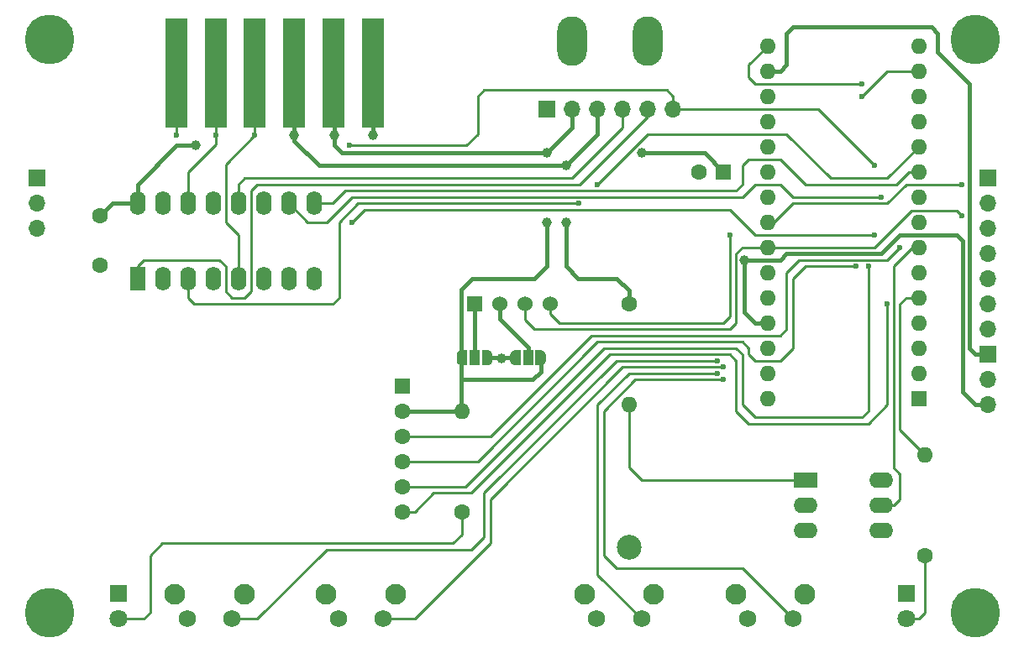
<source format=gtl>
G04 #@! TF.GenerationSoftware,KiCad,Pcbnew,(5.1.8)-1*
G04 #@! TF.CreationDate,2022-01-29T23:12:44+01:00*
G04 #@! TF.ProjectId,PlayOnTape Module,506c6179-4f6e-4546-9170-65204d6f6475,rev?*
G04 #@! TF.SameCoordinates,Original*
G04 #@! TF.FileFunction,Copper,L1,Top*
G04 #@! TF.FilePolarity,Positive*
%FSLAX46Y46*%
G04 Gerber Fmt 4.6, Leading zero omitted, Abs format (unit mm)*
G04 Created by KiCad (PCBNEW (5.1.8)-1) date 2022-01-29 23:12:44*
%MOMM*%
%LPD*%
G01*
G04 APERTURE LIST*
G04 #@! TA.AperFunction,WasherPad*
%ADD10O,3.000000X5.000000*%
G04 #@! TD*
G04 #@! TA.AperFunction,ComponentPad*
%ADD11O,1.700000X1.700000*%
G04 #@! TD*
G04 #@! TA.AperFunction,ComponentPad*
%ADD12R,1.700000X1.700000*%
G04 #@! TD*
G04 #@! TA.AperFunction,SMDPad,CuDef*
%ADD13R,2.200000X11.000000*%
G04 #@! TD*
G04 #@! TA.AperFunction,ComponentPad*
%ADD14R,1.524000X1.524000*%
G04 #@! TD*
G04 #@! TA.AperFunction,ComponentPad*
%ADD15C,1.524000*%
G04 #@! TD*
G04 #@! TA.AperFunction,WasherPad*
%ADD16C,2.500000*%
G04 #@! TD*
G04 #@! TA.AperFunction,ComponentPad*
%ADD17R,1.600000X1.600000*%
G04 #@! TD*
G04 #@! TA.AperFunction,ComponentPad*
%ADD18C,1.600000*%
G04 #@! TD*
G04 #@! TA.AperFunction,ComponentPad*
%ADD19O,1.600000X1.600000*%
G04 #@! TD*
G04 #@! TA.AperFunction,ComponentPad*
%ADD20C,5.000000*%
G04 #@! TD*
G04 #@! TA.AperFunction,ComponentPad*
%ADD21R,1.800000X1.800000*%
G04 #@! TD*
G04 #@! TA.AperFunction,ComponentPad*
%ADD22C,1.800000*%
G04 #@! TD*
G04 #@! TA.AperFunction,SMDPad,CuDef*
%ADD23C,0.100000*%
G04 #@! TD*
G04 #@! TA.AperFunction,SMDPad,CuDef*
%ADD24R,1.000000X1.500000*%
G04 #@! TD*
G04 #@! TA.AperFunction,ComponentPad*
%ADD25C,2.100000*%
G04 #@! TD*
G04 #@! TA.AperFunction,ComponentPad*
%ADD26C,1.750000*%
G04 #@! TD*
G04 #@! TA.AperFunction,ComponentPad*
%ADD27R,2.400000X1.600000*%
G04 #@! TD*
G04 #@! TA.AperFunction,ComponentPad*
%ADD28O,2.400000X1.600000*%
G04 #@! TD*
G04 #@! TA.AperFunction,ComponentPad*
%ADD29R,1.600000X2.400000*%
G04 #@! TD*
G04 #@! TA.AperFunction,ComponentPad*
%ADD30O,1.600000X2.400000*%
G04 #@! TD*
G04 #@! TA.AperFunction,ViaPad*
%ADD31C,1.000000*%
G04 #@! TD*
G04 #@! TA.AperFunction,ViaPad*
%ADD32C,0.600000*%
G04 #@! TD*
G04 #@! TA.AperFunction,Conductor*
%ADD33C,0.381000*%
G04 #@! TD*
G04 #@! TA.AperFunction,Conductor*
%ADD34C,0.250000*%
G04 #@! TD*
G04 APERTURE END LIST*
D10*
X133985000Y-81407000D03*
X126365000Y-81407000D03*
D11*
X136525000Y-88265000D03*
X133985000Y-88265000D03*
X131445000Y-88265000D03*
X128905000Y-88265000D03*
X126365000Y-88265000D03*
D12*
X123825000Y-88265000D03*
D13*
X106261500Y-84606500D03*
X102301500Y-84606500D03*
X98341500Y-84606500D03*
X94381500Y-84606500D03*
X90421500Y-84606500D03*
X86461500Y-84606500D03*
D14*
X116525000Y-107950000D03*
D15*
X119065000Y-107950000D03*
X121605000Y-107950000D03*
X124145000Y-107950000D03*
D16*
X132085000Y-132450000D03*
D17*
X109220000Y-116205000D03*
D18*
X109220000Y-118745000D03*
X109220000Y-121285000D03*
X109220000Y-123825000D03*
X109220000Y-126365000D03*
X109220000Y-128905000D03*
D11*
X72390000Y-100330000D03*
X72390000Y-97790000D03*
D12*
X72390000Y-95250000D03*
D17*
X161290000Y-117475000D03*
D19*
X146050000Y-84455000D03*
X161290000Y-114935000D03*
X146050000Y-86995000D03*
X161290000Y-112395000D03*
X146050000Y-89535000D03*
X161290000Y-109855000D03*
X146050000Y-92075000D03*
X161290000Y-107315000D03*
X146050000Y-94615000D03*
X161290000Y-104775000D03*
X146050000Y-97155000D03*
X161290000Y-102235000D03*
X146050000Y-99695000D03*
X161290000Y-99695000D03*
X146050000Y-102235000D03*
X161290000Y-97155000D03*
X146050000Y-104775000D03*
X161290000Y-94615000D03*
X146050000Y-107315000D03*
X161290000Y-92075000D03*
X146050000Y-109855000D03*
X161290000Y-89535000D03*
X146050000Y-112395000D03*
X161290000Y-86995000D03*
X146050000Y-114935000D03*
X161290000Y-84455000D03*
X146050000Y-117475000D03*
X161290000Y-81915000D03*
X146050000Y-81915000D03*
D12*
X168275000Y-95250000D03*
D11*
X168275000Y-97790000D03*
X168275000Y-100330000D03*
X168275000Y-102870000D03*
X168275000Y-105410000D03*
X168275000Y-107950000D03*
X168275000Y-110490000D03*
D20*
X73660000Y-139065000D03*
X167005000Y-139065000D03*
X167005000Y-81280000D03*
X73660000Y-81280000D03*
D17*
X141605000Y-94615000D03*
D18*
X139105000Y-94615000D03*
D21*
X80645000Y-137160000D03*
D22*
X80645000Y-139700000D03*
D12*
X168275000Y-113030000D03*
D11*
X168275000Y-115570000D03*
X168275000Y-118110000D03*
G04 #@! TA.AperFunction,SMDPad,CuDef*
D23*
G36*
X117272500Y-112597500D02*
G01*
X117822500Y-112597500D01*
X117822500Y-112598102D01*
X117847034Y-112598102D01*
X117895865Y-112602912D01*
X117943990Y-112612484D01*
X117990945Y-112626728D01*
X118036278Y-112645505D01*
X118079551Y-112668636D01*
X118120350Y-112695896D01*
X118158279Y-112727024D01*
X118192976Y-112761721D01*
X118224104Y-112799650D01*
X118251364Y-112840449D01*
X118274495Y-112883722D01*
X118293272Y-112929055D01*
X118307516Y-112976010D01*
X118317088Y-113024135D01*
X118321898Y-113072966D01*
X118321898Y-113097500D01*
X118322500Y-113097500D01*
X118322500Y-113597500D01*
X118321898Y-113597500D01*
X118321898Y-113622034D01*
X118317088Y-113670865D01*
X118307516Y-113718990D01*
X118293272Y-113765945D01*
X118274495Y-113811278D01*
X118251364Y-113854551D01*
X118224104Y-113895350D01*
X118192976Y-113933279D01*
X118158279Y-113967976D01*
X118120350Y-113999104D01*
X118079551Y-114026364D01*
X118036278Y-114049495D01*
X117990945Y-114068272D01*
X117943990Y-114082516D01*
X117895865Y-114092088D01*
X117847034Y-114096898D01*
X117822500Y-114096898D01*
X117822500Y-114097500D01*
X117272500Y-114097500D01*
X117272500Y-112597500D01*
G37*
G04 #@! TD.AperFunction*
G04 #@! TA.AperFunction,SMDPad,CuDef*
G36*
X115222500Y-114096898D02*
G01*
X115197966Y-114096898D01*
X115149135Y-114092088D01*
X115101010Y-114082516D01*
X115054055Y-114068272D01*
X115008722Y-114049495D01*
X114965449Y-114026364D01*
X114924650Y-113999104D01*
X114886721Y-113967976D01*
X114852024Y-113933279D01*
X114820896Y-113895350D01*
X114793636Y-113854551D01*
X114770505Y-113811278D01*
X114751728Y-113765945D01*
X114737484Y-113718990D01*
X114727912Y-113670865D01*
X114723102Y-113622034D01*
X114723102Y-113597500D01*
X114722500Y-113597500D01*
X114722500Y-113097500D01*
X114723102Y-113097500D01*
X114723102Y-113072966D01*
X114727912Y-113024135D01*
X114737484Y-112976010D01*
X114751728Y-112929055D01*
X114770505Y-112883722D01*
X114793636Y-112840449D01*
X114820896Y-112799650D01*
X114852024Y-112761721D01*
X114886721Y-112727024D01*
X114924650Y-112695896D01*
X114965449Y-112668636D01*
X115008722Y-112645505D01*
X115054055Y-112626728D01*
X115101010Y-112612484D01*
X115149135Y-112602912D01*
X115197966Y-112598102D01*
X115222500Y-112598102D01*
X115222500Y-112597500D01*
X115772500Y-112597500D01*
X115772500Y-114097500D01*
X115222500Y-114097500D01*
X115222500Y-114096898D01*
G37*
G04 #@! TD.AperFunction*
D24*
X116522500Y-113347500D03*
X121920000Y-113347500D03*
G04 #@! TA.AperFunction,SMDPad,CuDef*
D23*
G36*
X120620000Y-114096898D02*
G01*
X120595466Y-114096898D01*
X120546635Y-114092088D01*
X120498510Y-114082516D01*
X120451555Y-114068272D01*
X120406222Y-114049495D01*
X120362949Y-114026364D01*
X120322150Y-113999104D01*
X120284221Y-113967976D01*
X120249524Y-113933279D01*
X120218396Y-113895350D01*
X120191136Y-113854551D01*
X120168005Y-113811278D01*
X120149228Y-113765945D01*
X120134984Y-113718990D01*
X120125412Y-113670865D01*
X120120602Y-113622034D01*
X120120602Y-113597500D01*
X120120000Y-113597500D01*
X120120000Y-113097500D01*
X120120602Y-113097500D01*
X120120602Y-113072966D01*
X120125412Y-113024135D01*
X120134984Y-112976010D01*
X120149228Y-112929055D01*
X120168005Y-112883722D01*
X120191136Y-112840449D01*
X120218396Y-112799650D01*
X120249524Y-112761721D01*
X120284221Y-112727024D01*
X120322150Y-112695896D01*
X120362949Y-112668636D01*
X120406222Y-112645505D01*
X120451555Y-112626728D01*
X120498510Y-112612484D01*
X120546635Y-112602912D01*
X120595466Y-112598102D01*
X120620000Y-112598102D01*
X120620000Y-112597500D01*
X121170000Y-112597500D01*
X121170000Y-114097500D01*
X120620000Y-114097500D01*
X120620000Y-114096898D01*
G37*
G04 #@! TD.AperFunction*
G04 #@! TA.AperFunction,SMDPad,CuDef*
G36*
X122670000Y-112597500D02*
G01*
X123220000Y-112597500D01*
X123220000Y-112598102D01*
X123244534Y-112598102D01*
X123293365Y-112602912D01*
X123341490Y-112612484D01*
X123388445Y-112626728D01*
X123433778Y-112645505D01*
X123477051Y-112668636D01*
X123517850Y-112695896D01*
X123555779Y-112727024D01*
X123590476Y-112761721D01*
X123621604Y-112799650D01*
X123648864Y-112840449D01*
X123671995Y-112883722D01*
X123690772Y-112929055D01*
X123705016Y-112976010D01*
X123714588Y-113024135D01*
X123719398Y-113072966D01*
X123719398Y-113097500D01*
X123720000Y-113097500D01*
X123720000Y-113597500D01*
X123719398Y-113597500D01*
X123719398Y-113622034D01*
X123714588Y-113670865D01*
X123705016Y-113718990D01*
X123690772Y-113765945D01*
X123671995Y-113811278D01*
X123648864Y-113854551D01*
X123621604Y-113895350D01*
X123590476Y-113933279D01*
X123555779Y-113967976D01*
X123517850Y-113999104D01*
X123477051Y-114026364D01*
X123433778Y-114049495D01*
X123388445Y-114068272D01*
X123341490Y-114082516D01*
X123293365Y-114092088D01*
X123244534Y-114096898D01*
X123220000Y-114096898D01*
X123220000Y-114097500D01*
X122670000Y-114097500D01*
X122670000Y-112597500D01*
G37*
G04 #@! TD.AperFunction*
D19*
X115227100Y-118745000D03*
D18*
X115227100Y-128905000D03*
D25*
X127590000Y-137210000D03*
D26*
X128850000Y-139700000D03*
X133350000Y-139700000D03*
D25*
X134600000Y-137210000D03*
X149840000Y-137210000D03*
D26*
X148590000Y-139700000D03*
X144090000Y-139700000D03*
D25*
X142830000Y-137210000D03*
X108565000Y-137210000D03*
D26*
X107315000Y-139700000D03*
X102815000Y-139700000D03*
D25*
X101555000Y-137210000D03*
X86315000Y-137210000D03*
D26*
X87575000Y-139700000D03*
X92075000Y-139700000D03*
D25*
X93325000Y-137210000D03*
D18*
X78740000Y-99060000D03*
X78740000Y-104060000D03*
D21*
X160020000Y-137160000D03*
D22*
X160020000Y-139700000D03*
D19*
X132080000Y-118110000D03*
D18*
X132080000Y-107950000D03*
X161925000Y-133350000D03*
D19*
X161925000Y-123190000D03*
D27*
X149860000Y-125730000D03*
D28*
X157480000Y-130810000D03*
X149860000Y-128270000D03*
X157480000Y-128270000D03*
X149860000Y-130810000D03*
X157480000Y-125730000D03*
D29*
X82550000Y-105410000D03*
D30*
X100330000Y-97790000D03*
X85090000Y-105410000D03*
X97790000Y-97790000D03*
X87630000Y-105410000D03*
X95250000Y-97790000D03*
X90170000Y-105410000D03*
X92710000Y-97790000D03*
X92710000Y-105410000D03*
X90170000Y-97790000D03*
X95250000Y-105410000D03*
X87630000Y-97790000D03*
X97790000Y-105410000D03*
X85090000Y-97790000D03*
X100330000Y-105410000D03*
X82550000Y-97790000D03*
D31*
X106299000Y-90932000D03*
X119253000Y-113411000D03*
D32*
X141605000Y-115570000D03*
X140970000Y-114935000D03*
X141605000Y-114300000D03*
X140970000Y-113665000D03*
X165679500Y-95885000D03*
X142295500Y-100965000D03*
X165679500Y-99060000D03*
X104140000Y-99695000D03*
X156845000Y-100965000D03*
X86461500Y-90932000D03*
X103886000Y-91948000D03*
X156845000Y-93980040D03*
X157480000Y-97155000D03*
X127000000Y-97790000D03*
X128905000Y-95885000D03*
D31*
X88400001Y-91939999D03*
X123825000Y-99694988D03*
X123825006Y-92710006D03*
X143700000Y-103505000D03*
X133350000Y-92710000D03*
X102362000Y-90932000D03*
D32*
X158115000Y-107950000D03*
X154940000Y-104140000D03*
X155575000Y-86995000D03*
X159385000Y-102235000D03*
X156210000Y-104140000D03*
X155575000Y-85725000D03*
D31*
X98361500Y-90932000D03*
X125729994Y-99695000D03*
X125730002Y-93980002D03*
D32*
X94361000Y-90932000D03*
X90424000Y-90932000D03*
D33*
X106261500Y-91021500D02*
X106299000Y-91059000D01*
X106299000Y-84644000D02*
X106261500Y-84606500D01*
X106299000Y-90932000D02*
X106299000Y-84644000D01*
X119189500Y-113347500D02*
X119253000Y-113411000D01*
X117822500Y-113347500D02*
X119189500Y-113347500D01*
X119189500Y-113347500D02*
X120620000Y-113347500D01*
D34*
X83185000Y-139700000D02*
X80645000Y-139700000D01*
X83820000Y-139065000D02*
X83185000Y-139700000D01*
X83820000Y-133286500D02*
X83820000Y-139065000D01*
X85026500Y-132080000D02*
X83820000Y-133286500D01*
X114350800Y-132080000D02*
X85026500Y-132080000D01*
X115227100Y-131203700D02*
X114350800Y-132080000D01*
X115227100Y-128905000D02*
X115227100Y-131203700D01*
D33*
X119065000Y-109476500D02*
X119065000Y-107950000D01*
X121920000Y-112331500D02*
X119065000Y-109476500D01*
X121920000Y-113347500D02*
X121920000Y-112331500D01*
X116522500Y-107952500D02*
X116525000Y-107950000D01*
X116522500Y-113347500D02*
X116522500Y-107952500D01*
D34*
X148590000Y-139700000D02*
X143510000Y-134620000D01*
X143510000Y-134620000D02*
X130810000Y-134620000D01*
X130810000Y-134620000D02*
X129540000Y-133350000D01*
X129540000Y-133350000D02*
X129540000Y-118745000D01*
X132715000Y-115570000D02*
X141605000Y-115570000D01*
X129540000Y-118745000D02*
X132715000Y-115570000D01*
X132080000Y-114935000D02*
X140970000Y-114935000D01*
X128905000Y-135255000D02*
X128905000Y-118110000D01*
X128905000Y-118110000D02*
X132080000Y-114935000D01*
X133350000Y-139700000D02*
X128905000Y-135255000D01*
X110490000Y-139700000D02*
X118110000Y-132080000D01*
X118110000Y-127635000D02*
X131445000Y-114300000D01*
X131445000Y-114300000D02*
X141605000Y-114300000D01*
X118110000Y-132080000D02*
X118110000Y-127635000D01*
X107315000Y-139700000D02*
X110490000Y-139700000D01*
X117475000Y-127000000D02*
X130810000Y-113665000D01*
X116205000Y-132715000D02*
X117475000Y-131445000D01*
X101600000Y-132715000D02*
X116205000Y-132715000D01*
X94615000Y-139700000D02*
X101600000Y-132715000D01*
X92075000Y-139700000D02*
X94615000Y-139700000D01*
X130810000Y-113665000D02*
X140970000Y-113665000D01*
X117475000Y-131445000D02*
X117475000Y-127000000D01*
X142295500Y-109164500D02*
X142295500Y-100965000D01*
X141605000Y-109855000D02*
X142295500Y-109164500D01*
X125095000Y-109855000D02*
X141605000Y-109855000D01*
X124145000Y-108905000D02*
X125095000Y-109855000D01*
X124145000Y-107950000D02*
X124145000Y-108905000D01*
X148590000Y-97790000D02*
X146685000Y-99695000D01*
X146685000Y-99695000D02*
X146050000Y-99695000D01*
X158115000Y-97790000D02*
X148590000Y-97790000D01*
X160020000Y-95885000D02*
X158115000Y-97790000D01*
X165679500Y-95885000D02*
X160020000Y-95885000D01*
X142875000Y-102870000D02*
X143510000Y-102235000D01*
X142875000Y-109855000D02*
X142875000Y-102870000D01*
X143510000Y-102235000D02*
X146050000Y-102235000D01*
X142240000Y-110490000D02*
X142875000Y-109855000D01*
X122555000Y-110490000D02*
X142240000Y-110490000D01*
X121605000Y-109540000D02*
X122555000Y-110490000D01*
X121605000Y-107950000D02*
X121605000Y-109540000D01*
X165100000Y-98480500D02*
X165679500Y-99060000D01*
X160599500Y-98480500D02*
X165100000Y-98480500D01*
X156845000Y-102235000D02*
X160599500Y-98480500D01*
X146050000Y-102235000D02*
X156845000Y-102235000D01*
D33*
X147320000Y-84455000D02*
X146050000Y-84455000D01*
X162560000Y-80010000D02*
X148590000Y-80010000D01*
X147955000Y-80645000D02*
X147955000Y-83820000D01*
X163195000Y-80645000D02*
X162560000Y-80010000D01*
X163195000Y-82550000D02*
X163195000Y-80645000D01*
X166370000Y-85725000D02*
X163195000Y-82550000D01*
X166370000Y-112395000D02*
X166370000Y-85725000D01*
X148590000Y-80010000D02*
X147955000Y-80645000D01*
X167005000Y-113030000D02*
X166370000Y-112395000D01*
X147955000Y-83820000D02*
X147320000Y-84455000D01*
X168275000Y-113030000D02*
X167005000Y-113030000D01*
D34*
X105410000Y-98425000D02*
X104140000Y-99695000D01*
X142240000Y-98425000D02*
X105410000Y-98425000D01*
X144780000Y-100965000D02*
X142240000Y-98425000D01*
X156845000Y-100965000D02*
X144780000Y-100965000D01*
X158750000Y-128270000D02*
X157480000Y-128270000D01*
X159385000Y-127635000D02*
X158750000Y-128270000D01*
X159385000Y-125095000D02*
X159385000Y-127635000D01*
X158750000Y-124460000D02*
X159385000Y-125095000D01*
X158750000Y-104140000D02*
X158750000Y-124460000D01*
X160655000Y-102235000D02*
X158750000Y-104140000D01*
X161290000Y-102235000D02*
X160655000Y-102235000D01*
X86461500Y-90932000D02*
X86461500Y-84606500D01*
X108966000Y-91948000D02*
X103886000Y-91948000D01*
X115697000Y-91948000D02*
X108966000Y-91948000D01*
X116840000Y-90805000D02*
X115697000Y-91948000D01*
X116840000Y-86995000D02*
X116840000Y-90805000D01*
X117475000Y-86360000D02*
X116840000Y-86995000D01*
X135890000Y-86360000D02*
X117475000Y-86360000D01*
X136525000Y-86995000D02*
X135890000Y-86360000D01*
X136525000Y-88265000D02*
X136525000Y-86995000D01*
X151129960Y-88265000D02*
X156845000Y-93980040D01*
X136525000Y-88265000D02*
X151129960Y-88265000D01*
X148590000Y-97155000D02*
X157480000Y-97155000D01*
X147320000Y-95885000D02*
X148590000Y-97155000D01*
X143510000Y-97155000D02*
X144780000Y-95885000D01*
X104140000Y-97155000D02*
X143510000Y-97155000D01*
X144780000Y-95885000D02*
X147320000Y-95885000D01*
X99695000Y-99695000D02*
X101600000Y-99695000D01*
X101600000Y-99695000D02*
X104140000Y-97155000D01*
X97790000Y-97790000D02*
X99695000Y-99695000D01*
X100330000Y-97790000D02*
X102235000Y-97790000D01*
X103505000Y-96520000D02*
X142875000Y-96520000D01*
X142875000Y-96520000D02*
X143510000Y-95885000D01*
X102235000Y-97790000D02*
X103505000Y-96520000D01*
X143510000Y-95885000D02*
X143510000Y-93980000D01*
X143510000Y-93980000D02*
X144145000Y-93345000D01*
X144145000Y-93345000D02*
X147320000Y-93345000D01*
X160337500Y-94615000D02*
X161290000Y-94615000D01*
X147320000Y-93345000D02*
X149860000Y-95885000D01*
X149860000Y-95885000D02*
X159067500Y-95885000D01*
X159067500Y-95885000D02*
X160337500Y-94615000D01*
X87630000Y-105410000D02*
X87630000Y-107315000D01*
X87630000Y-107315000D02*
X88265000Y-107950000D01*
X88265000Y-107950000D02*
X102235000Y-107950000D01*
X102235000Y-107950000D02*
X102870000Y-107315000D01*
X102870000Y-107315000D02*
X102870000Y-99695000D01*
X102870000Y-99695000D02*
X104775000Y-97790000D01*
X104775000Y-97790000D02*
X127000000Y-97790000D01*
X161290000Y-92075000D02*
X158115000Y-95250000D01*
X152400000Y-95250000D02*
X147955000Y-90805000D01*
X158115000Y-95250000D02*
X152400000Y-95250000D01*
X147955000Y-90805000D02*
X133985000Y-90805000D01*
X133985000Y-90805000D02*
X128905000Y-95885000D01*
D33*
X80010000Y-97790000D02*
X78740000Y-99060000D01*
X82550000Y-97790000D02*
X80010000Y-97790000D01*
X123220000Y-114746250D02*
X123220000Y-113347500D01*
X122396250Y-115570000D02*
X123220000Y-114746250D01*
X109220000Y-118745000D02*
X115227100Y-118745000D01*
X115222500Y-118740400D02*
X115227100Y-118745000D01*
X122396250Y-115570000D02*
X115256000Y-115570000D01*
X115256000Y-115570000D02*
X115222500Y-115603500D01*
X115222500Y-115603500D02*
X115222500Y-118740400D01*
X115222500Y-113347500D02*
X115222500Y-115603500D01*
X123825000Y-104140000D02*
X123825000Y-99694988D01*
X122591053Y-105373947D02*
X123825000Y-104140000D01*
X116317253Y-105373947D02*
X122591053Y-105373947D01*
X115222500Y-106468700D02*
X116317253Y-105373947D01*
X115222500Y-113347500D02*
X115222500Y-106468700D01*
X126365000Y-90170012D02*
X123825006Y-92710006D01*
X102362000Y-91948000D02*
X103124006Y-92710006D01*
X102362000Y-90931998D02*
X102362000Y-91948000D01*
X103124006Y-92710006D02*
X123825006Y-92710006D01*
X126365000Y-88265000D02*
X126365000Y-90170012D01*
X157480000Y-102870000D02*
X150495000Y-102870000D01*
X159385000Y-100965000D02*
X157480000Y-102870000D01*
X165100000Y-100965000D02*
X159385000Y-100965000D01*
X165735000Y-101600000D02*
X165100000Y-100965000D01*
X165735000Y-116840000D02*
X165735000Y-101600000D01*
X167005000Y-118110000D02*
X165735000Y-116840000D01*
X168275000Y-118110000D02*
X167005000Y-118110000D01*
X150495000Y-102870000D02*
X147955000Y-102870000D01*
X147320000Y-103505000D02*
X143700000Y-103505000D01*
X147955000Y-102870000D02*
X147320000Y-103505000D01*
X143700000Y-103505000D02*
X143700000Y-108775000D01*
X144780000Y-109855000D02*
X146050000Y-109855000D01*
X143700000Y-108775000D02*
X144780000Y-109855000D01*
X139700000Y-92710000D02*
X133350000Y-92710000D01*
X141605000Y-94615000D02*
X139700000Y-92710000D01*
X102362000Y-84667000D02*
X102301500Y-84606500D01*
X102362000Y-90932000D02*
X102362000Y-84667000D01*
X82550000Y-95885000D02*
X82550000Y-97790000D01*
X86495001Y-91939999D02*
X82550000Y-95885000D01*
X88400001Y-91939999D02*
X86495001Y-91939999D01*
D34*
X158115000Y-118110000D02*
X158115000Y-107950000D01*
X156210000Y-120015000D02*
X158115000Y-118110000D01*
X142875000Y-118745000D02*
X144145000Y-120015000D01*
X142240000Y-113030000D02*
X142875000Y-113665000D01*
X142875000Y-113665000D02*
X142875000Y-118745000D01*
X130175000Y-113030000D02*
X142240000Y-113030000D01*
X116205000Y-127000000D02*
X130175000Y-113030000D01*
X112395000Y-127000000D02*
X116205000Y-127000000D01*
X144145000Y-120015000D02*
X156210000Y-120015000D01*
X110490000Y-128905000D02*
X112395000Y-127000000D01*
X109220000Y-128905000D02*
X110490000Y-128905000D01*
X151765000Y-104140000D02*
X154940000Y-104140000D01*
X149860000Y-104140000D02*
X151765000Y-104140000D01*
X148590000Y-105410000D02*
X149860000Y-104140000D01*
X147320000Y-113665000D02*
X148590000Y-112395000D01*
X144145000Y-113030000D02*
X144780000Y-113665000D01*
X144145000Y-112395000D02*
X144145000Y-113030000D01*
X148590000Y-112395000D02*
X148590000Y-105410000D01*
X143510000Y-111760000D02*
X144145000Y-112395000D01*
X128905000Y-111760000D02*
X143510000Y-111760000D01*
X144780000Y-113665000D02*
X147320000Y-113665000D01*
X116840000Y-123825000D02*
X128905000Y-111760000D01*
X109220000Y-123825000D02*
X116840000Y-123825000D01*
X158115000Y-84455000D02*
X155575000Y-86995000D01*
X161290000Y-84455000D02*
X158115000Y-84455000D01*
X158115000Y-103505000D02*
X159385000Y-102235000D01*
X149225000Y-103505000D02*
X158115000Y-103505000D01*
X147955000Y-104775000D02*
X149225000Y-103505000D01*
X147320000Y-111125000D02*
X147955000Y-110490000D01*
X128270000Y-111125000D02*
X147320000Y-111125000D01*
X147955000Y-110490000D02*
X147955000Y-104775000D01*
X118110000Y-121285000D02*
X128270000Y-111125000D01*
X109220000Y-121285000D02*
X118110000Y-121285000D01*
X156210000Y-118745000D02*
X156210000Y-115570000D01*
X155575000Y-119380000D02*
X156210000Y-118745000D01*
X143510000Y-113030000D02*
X143510000Y-118110000D01*
X142875000Y-112395000D02*
X143510000Y-113030000D01*
X143510000Y-118110000D02*
X144780000Y-119380000D01*
X129540000Y-112395000D02*
X142875000Y-112395000D01*
X144780000Y-119380000D02*
X155575000Y-119380000D01*
X115570000Y-126365000D02*
X129540000Y-112395000D01*
X156210000Y-115570000D02*
X156210000Y-104140000D01*
X109220000Y-126365000D02*
X115570000Y-126365000D01*
X144780000Y-85725000D02*
X155575000Y-85725000D01*
X144145000Y-83820000D02*
X144145000Y-85090000D01*
X146050000Y-81915000D02*
X144145000Y-83820000D01*
X144145000Y-85090000D02*
X144780000Y-85725000D01*
X161925000Y-139065000D02*
X161290000Y-139700000D01*
X161925000Y-133350000D02*
X161925000Y-139065000D01*
X160020000Y-139700000D02*
X161290000Y-139700000D01*
D33*
X98341500Y-90912000D02*
X98361500Y-90932000D01*
X98361500Y-84626500D02*
X98341500Y-84606500D01*
X98361500Y-90932000D02*
X98361500Y-84626500D01*
X125729994Y-99695000D02*
X125729994Y-104139994D01*
X125729994Y-104139994D02*
X126936500Y-105346500D01*
X132080000Y-106553000D02*
X130873500Y-105346500D01*
X132080000Y-107950000D02*
X132080000Y-106553000D01*
X126936500Y-105346500D02*
X130873500Y-105346500D01*
X128905000Y-90805004D02*
X125730002Y-93980002D01*
X128905000Y-88265000D02*
X128905000Y-90805004D01*
X100869752Y-93980002D02*
X125730002Y-93980002D01*
X98361500Y-91471750D02*
X100869752Y-93980002D01*
X98361500Y-90932000D02*
X98361500Y-91471750D01*
D34*
X92710000Y-95885000D02*
X92710000Y-97790000D01*
X93345000Y-95250000D02*
X92710000Y-95885000D01*
X126365000Y-95250000D02*
X93345000Y-95250000D01*
X131445000Y-90170000D02*
X126365000Y-95250000D01*
X131445000Y-88265000D02*
X131445000Y-90170000D01*
X133985000Y-89027000D02*
X133985000Y-88265000D01*
X127127000Y-95885000D02*
X133985000Y-89027000D01*
X93980000Y-96520000D02*
X94615000Y-95885000D01*
X93980000Y-106680000D02*
X93980000Y-96520000D01*
X93345000Y-107315000D02*
X93980000Y-106680000D01*
X92075000Y-107315000D02*
X93345000Y-107315000D01*
X91440000Y-106680000D02*
X92075000Y-107315000D01*
X91440000Y-104140000D02*
X91440000Y-106680000D01*
X90805000Y-103505000D02*
X91440000Y-104140000D01*
X83185000Y-103505000D02*
X90805000Y-103505000D01*
X82550000Y-104140000D02*
X83185000Y-103505000D01*
X94615000Y-95885000D02*
X127127000Y-95885000D01*
X82550000Y-105410000D02*
X82550000Y-104140000D01*
X94361000Y-84627000D02*
X94381500Y-84606500D01*
X94361000Y-90932000D02*
X94361000Y-84627000D01*
X91440000Y-93853000D02*
X94361000Y-90932000D01*
X91440000Y-99695000D02*
X91440000Y-93853000D01*
X92710000Y-100965000D02*
X91440000Y-99695000D01*
X92710000Y-105410000D02*
X92710000Y-100965000D01*
X90424000Y-84609000D02*
X90421500Y-84606500D01*
X90424000Y-90932000D02*
X90424000Y-84609000D01*
X90424000Y-90932000D02*
X90424000Y-91821000D01*
X87630000Y-94615000D02*
X87630000Y-97790000D01*
X90424000Y-91821000D02*
X87630000Y-94615000D01*
X133350000Y-125730000D02*
X132080000Y-124460000D01*
X149860000Y-125730000D02*
X133350000Y-125730000D01*
X132080000Y-118110000D02*
X132080000Y-124460000D01*
X160020000Y-107315000D02*
X161290000Y-107315000D01*
X159385000Y-107950000D02*
X160020000Y-107315000D01*
X159385000Y-120650000D02*
X159385000Y-107950000D01*
X161925000Y-123190000D02*
X159385000Y-120650000D01*
M02*

</source>
